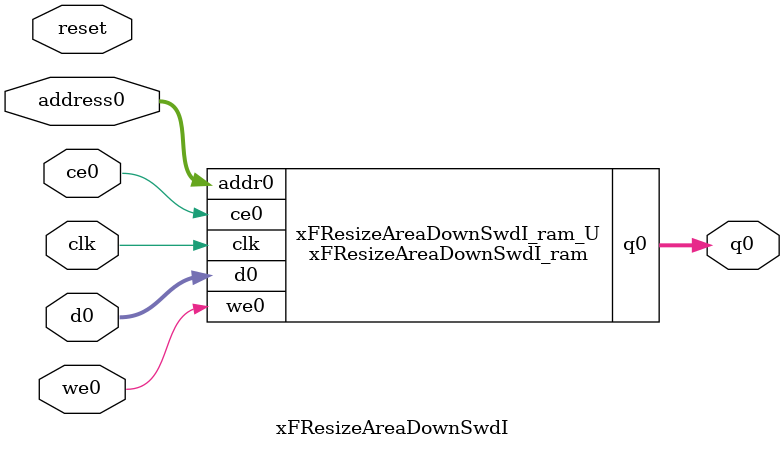
<source format=v>

`timescale 1 ns / 1 ps
module xFResizeAreaDownSwdI_ram (addr0, ce0, d0, we0, q0,  clk);

parameter DWIDTH = 16;
parameter AWIDTH = 10;
parameter MEM_SIZE = 720;

input[AWIDTH-1:0] addr0;
input ce0;
input[DWIDTH-1:0] d0;
input we0;
output reg[DWIDTH-1:0] q0;
input clk;

(* ram_style = "block" *)reg [DWIDTH-1:0] ram[0:MEM_SIZE-1];




always @(posedge clk)  
begin 
    if (ce0) 
    begin
        if (we0) 
        begin 
            ram[addr0] <= d0; 
            q0 <= d0;
        end 
        else 
            q0 <= ram[addr0];
    end
end


endmodule


`timescale 1 ns / 1 ps
module xFResizeAreaDownSwdI(
    reset,
    clk,
    address0,
    ce0,
    we0,
    d0,
    q0);

parameter DataWidth = 32'd16;
parameter AddressRange = 32'd720;
parameter AddressWidth = 32'd10;
input reset;
input clk;
input[AddressWidth - 1:0] address0;
input ce0;
input we0;
input[DataWidth - 1:0] d0;
output[DataWidth - 1:0] q0;



xFResizeAreaDownSwdI_ram xFResizeAreaDownSwdI_ram_U(
    .clk( clk ),
    .addr0( address0 ),
    .ce0( ce0 ),
    .we0( we0 ),
    .d0( d0 ),
    .q0( q0 ));

endmodule


</source>
